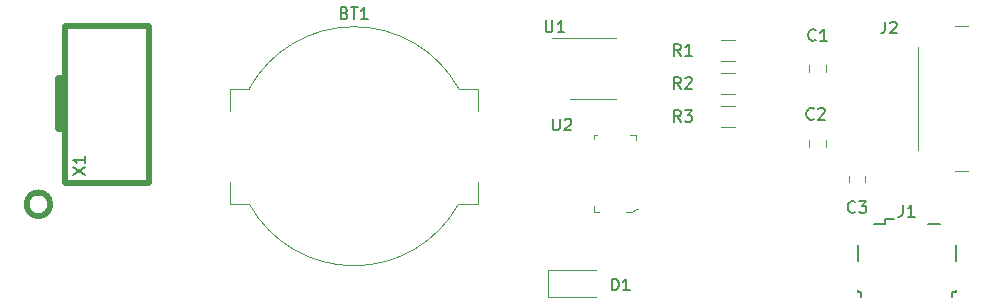
<source format=gbr>
G04 #@! TF.GenerationSoftware,KiCad,Pcbnew,(5.1.4)-1*
G04 #@! TF.CreationDate,2020-08-24T20:29:47-05:00*
G04 #@! TF.ProjectId,NiteLite,4e697465-4c69-4746-952e-6b696361645f,rev?*
G04 #@! TF.SameCoordinates,Original*
G04 #@! TF.FileFunction,Legend,Top*
G04 #@! TF.FilePolarity,Positive*
%FSLAX46Y46*%
G04 Gerber Fmt 4.6, Leading zero omitted, Abs format (unit mm)*
G04 Created by KiCad (PCBNEW (5.1.4)-1) date 2020-08-24 20:29:47*
%MOMM*%
%LPD*%
G04 APERTURE LIST*
%ADD10C,0.500000*%
%ADD11C,0.120000*%
%ADD12C,0.100000*%
%ADD13C,0.150000*%
G04 APERTURE END LIST*
D10*
X84885000Y-120709000D02*
G75*
G03X84885000Y-120709000I-1000000J0D01*
G01*
X86044000Y-114359000D02*
X85536000Y-114359000D01*
X85917000Y-110041000D02*
X85917000Y-114359000D01*
X85536000Y-110041000D02*
X86044000Y-110041000D01*
X85536000Y-114359000D02*
X85536000Y-110041000D01*
X93283000Y-118931000D02*
X86171000Y-118931000D01*
X93283000Y-105596000D02*
X93283000Y-118931000D01*
X86171000Y-105596000D02*
X93283000Y-105596000D01*
X86171000Y-118804000D02*
X86171000Y-105596000D01*
D11*
X153910000Y-118836252D02*
X153910000Y-118313748D01*
X152490000Y-118836252D02*
X152490000Y-118313748D01*
D12*
X130915000Y-114835000D02*
X131215000Y-114835000D01*
X130915000Y-115210000D02*
X130915000Y-114835000D01*
X130915000Y-121385000D02*
X131315000Y-121385000D01*
X130915000Y-120885000D02*
X130915000Y-121385000D01*
X134465000Y-114835000D02*
X134465000Y-115285000D01*
X133990000Y-114835000D02*
X134465000Y-114835000D01*
X134465000Y-121085000D02*
X134660000Y-121085000D01*
X134140000Y-121385000D02*
X134465000Y-121085000D01*
X133665000Y-121385000D02*
X134140000Y-121385000D01*
D11*
X161520000Y-117905000D02*
X162570000Y-117905000D01*
X161520000Y-105615000D02*
X162570000Y-105615000D01*
X158350000Y-107360000D02*
X158350000Y-116160000D01*
X150570000Y-115831252D02*
X150570000Y-115308748D01*
X149150000Y-115831252D02*
X149150000Y-115308748D01*
X130810000Y-106660000D02*
X127360000Y-106660000D01*
X130810000Y-106660000D02*
X132760000Y-106660000D01*
X130810000Y-111780000D02*
X128860000Y-111780000D01*
X130810000Y-111780000D02*
X132760000Y-111780000D01*
X141637936Y-114210000D02*
X142842064Y-114210000D01*
X141637936Y-112390000D02*
X142842064Y-112390000D01*
X141637936Y-111400000D02*
X142842064Y-111400000D01*
X141637936Y-109580000D02*
X142842064Y-109580000D01*
X141637936Y-108610000D02*
X142842064Y-108610000D01*
X141637936Y-106790000D02*
X142842064Y-106790000D01*
X127052500Y-128535000D02*
X131112500Y-128535000D01*
X127052500Y-126265000D02*
X127052500Y-128535000D01*
X131112500Y-126265000D02*
X127052500Y-126265000D01*
X150570000Y-109481252D02*
X150570000Y-108958748D01*
X149150000Y-109481252D02*
X149150000Y-108958748D01*
D13*
X153250000Y-124150000D02*
X153250000Y-125550000D01*
X153250000Y-127950000D02*
X153250000Y-128100000D01*
X153250000Y-128100000D02*
X153550000Y-128100000D01*
X153550000Y-128100000D02*
X153550000Y-128550000D01*
X161250000Y-128550000D02*
X161250000Y-128100000D01*
X161250000Y-128100000D02*
X161550000Y-128100000D01*
X161550000Y-128100000D02*
X161550000Y-127950000D01*
X161550000Y-125550000D02*
X161550000Y-124150000D01*
X156325000Y-121975000D02*
X155600000Y-121975000D01*
X155600000Y-121975000D02*
X155600000Y-122400000D01*
X155600000Y-122400000D02*
X154600000Y-122400000D01*
X159200000Y-122400000D02*
X160200000Y-122400000D01*
D11*
X100130000Y-110915000D02*
X101737090Y-110915000D01*
X100130000Y-112800000D02*
X100130000Y-110915000D01*
X121070000Y-112800000D02*
X121070000Y-110915000D01*
X100130000Y-118800000D02*
X100130000Y-120685000D01*
X121070000Y-118800000D02*
X121070000Y-120685000D01*
X121070000Y-110915000D02*
X119462910Y-110915000D01*
X100130000Y-120685000D02*
X101737090Y-120685000D01*
X121070000Y-120685000D02*
X119462910Y-120685000D01*
X101737090Y-110915000D02*
G75*
G02X119462910Y-110915000I8862910J-4885000D01*
G01*
X119465021Y-120681168D02*
G75*
G02X101737090Y-120685000I-8865021J4881168D01*
G01*
D13*
X86852380Y-118209523D02*
X87852380Y-117542857D01*
X86852380Y-117542857D02*
X87852380Y-118209523D01*
X87852380Y-116638095D02*
X87852380Y-117209523D01*
X87852380Y-116923809D02*
X86852380Y-116923809D01*
X86995238Y-117019047D01*
X87090476Y-117114285D01*
X87138095Y-117209523D01*
X153033333Y-121357142D02*
X152985714Y-121404761D01*
X152842857Y-121452380D01*
X152747619Y-121452380D01*
X152604761Y-121404761D01*
X152509523Y-121309523D01*
X152461904Y-121214285D01*
X152414285Y-121023809D01*
X152414285Y-120880952D01*
X152461904Y-120690476D01*
X152509523Y-120595238D01*
X152604761Y-120500000D01*
X152747619Y-120452380D01*
X152842857Y-120452380D01*
X152985714Y-120500000D01*
X153033333Y-120547619D01*
X153366666Y-120452380D02*
X153985714Y-120452380D01*
X153652380Y-120833333D01*
X153795238Y-120833333D01*
X153890476Y-120880952D01*
X153938095Y-120928571D01*
X153985714Y-121023809D01*
X153985714Y-121261904D01*
X153938095Y-121357142D01*
X153890476Y-121404761D01*
X153795238Y-121452380D01*
X153509523Y-121452380D01*
X153414285Y-121404761D01*
X153366666Y-121357142D01*
X127438095Y-113452380D02*
X127438095Y-114261904D01*
X127485714Y-114357142D01*
X127533333Y-114404761D01*
X127628571Y-114452380D01*
X127819047Y-114452380D01*
X127914285Y-114404761D01*
X127961904Y-114357142D01*
X128009523Y-114261904D01*
X128009523Y-113452380D01*
X128438095Y-113547619D02*
X128485714Y-113500000D01*
X128580952Y-113452380D01*
X128819047Y-113452380D01*
X128914285Y-113500000D01*
X128961904Y-113547619D01*
X129009523Y-113642857D01*
X129009523Y-113738095D01*
X128961904Y-113880952D01*
X128390476Y-114452380D01*
X129009523Y-114452380D01*
X155566666Y-105252380D02*
X155566666Y-105966666D01*
X155519047Y-106109523D01*
X155423809Y-106204761D01*
X155280952Y-106252380D01*
X155185714Y-106252380D01*
X155995238Y-105347619D02*
X156042857Y-105300000D01*
X156138095Y-105252380D01*
X156376190Y-105252380D01*
X156471428Y-105300000D01*
X156519047Y-105347619D01*
X156566666Y-105442857D01*
X156566666Y-105538095D01*
X156519047Y-105680952D01*
X155947619Y-106252380D01*
X156566666Y-106252380D01*
X149533333Y-113457142D02*
X149485714Y-113504761D01*
X149342857Y-113552380D01*
X149247619Y-113552380D01*
X149104761Y-113504761D01*
X149009523Y-113409523D01*
X148961904Y-113314285D01*
X148914285Y-113123809D01*
X148914285Y-112980952D01*
X148961904Y-112790476D01*
X149009523Y-112695238D01*
X149104761Y-112600000D01*
X149247619Y-112552380D01*
X149342857Y-112552380D01*
X149485714Y-112600000D01*
X149533333Y-112647619D01*
X149914285Y-112647619D02*
X149961904Y-112600000D01*
X150057142Y-112552380D01*
X150295238Y-112552380D01*
X150390476Y-112600000D01*
X150438095Y-112647619D01*
X150485714Y-112742857D01*
X150485714Y-112838095D01*
X150438095Y-112980952D01*
X149866666Y-113552380D01*
X150485714Y-113552380D01*
X126838095Y-105152380D02*
X126838095Y-105961904D01*
X126885714Y-106057142D01*
X126933333Y-106104761D01*
X127028571Y-106152380D01*
X127219047Y-106152380D01*
X127314285Y-106104761D01*
X127361904Y-106057142D01*
X127409523Y-105961904D01*
X127409523Y-105152380D01*
X128409523Y-106152380D02*
X127838095Y-106152380D01*
X128123809Y-106152380D02*
X128123809Y-105152380D01*
X128028571Y-105295238D01*
X127933333Y-105390476D01*
X127838095Y-105438095D01*
X138263333Y-113752380D02*
X137930000Y-113276190D01*
X137691904Y-113752380D02*
X137691904Y-112752380D01*
X138072857Y-112752380D01*
X138168095Y-112800000D01*
X138215714Y-112847619D01*
X138263333Y-112942857D01*
X138263333Y-113085714D01*
X138215714Y-113180952D01*
X138168095Y-113228571D01*
X138072857Y-113276190D01*
X137691904Y-113276190D01*
X138596666Y-112752380D02*
X139215714Y-112752380D01*
X138882380Y-113133333D01*
X139025238Y-113133333D01*
X139120476Y-113180952D01*
X139168095Y-113228571D01*
X139215714Y-113323809D01*
X139215714Y-113561904D01*
X139168095Y-113657142D01*
X139120476Y-113704761D01*
X139025238Y-113752380D01*
X138739523Y-113752380D01*
X138644285Y-113704761D01*
X138596666Y-113657142D01*
X138263333Y-110942380D02*
X137930000Y-110466190D01*
X137691904Y-110942380D02*
X137691904Y-109942380D01*
X138072857Y-109942380D01*
X138168095Y-109990000D01*
X138215714Y-110037619D01*
X138263333Y-110132857D01*
X138263333Y-110275714D01*
X138215714Y-110370952D01*
X138168095Y-110418571D01*
X138072857Y-110466190D01*
X137691904Y-110466190D01*
X138644285Y-110037619D02*
X138691904Y-109990000D01*
X138787142Y-109942380D01*
X139025238Y-109942380D01*
X139120476Y-109990000D01*
X139168095Y-110037619D01*
X139215714Y-110132857D01*
X139215714Y-110228095D01*
X139168095Y-110370952D01*
X138596666Y-110942380D01*
X139215714Y-110942380D01*
X138263333Y-108152380D02*
X137930000Y-107676190D01*
X137691904Y-108152380D02*
X137691904Y-107152380D01*
X138072857Y-107152380D01*
X138168095Y-107200000D01*
X138215714Y-107247619D01*
X138263333Y-107342857D01*
X138263333Y-107485714D01*
X138215714Y-107580952D01*
X138168095Y-107628571D01*
X138072857Y-107676190D01*
X137691904Y-107676190D01*
X139215714Y-108152380D02*
X138644285Y-108152380D01*
X138930000Y-108152380D02*
X138930000Y-107152380D01*
X138834761Y-107295238D01*
X138739523Y-107390476D01*
X138644285Y-107438095D01*
X132434404Y-128012380D02*
X132434404Y-127012380D01*
X132672500Y-127012380D01*
X132815357Y-127060000D01*
X132910595Y-127155238D01*
X132958214Y-127250476D01*
X133005833Y-127440952D01*
X133005833Y-127583809D01*
X132958214Y-127774285D01*
X132910595Y-127869523D01*
X132815357Y-127964761D01*
X132672500Y-128012380D01*
X132434404Y-128012380D01*
X133958214Y-128012380D02*
X133386785Y-128012380D01*
X133672500Y-128012380D02*
X133672500Y-127012380D01*
X133577261Y-127155238D01*
X133482023Y-127250476D01*
X133386785Y-127298095D01*
X149693333Y-106792142D02*
X149645714Y-106839761D01*
X149502857Y-106887380D01*
X149407619Y-106887380D01*
X149264761Y-106839761D01*
X149169523Y-106744523D01*
X149121904Y-106649285D01*
X149074285Y-106458809D01*
X149074285Y-106315952D01*
X149121904Y-106125476D01*
X149169523Y-106030238D01*
X149264761Y-105935000D01*
X149407619Y-105887380D01*
X149502857Y-105887380D01*
X149645714Y-105935000D01*
X149693333Y-105982619D01*
X150645714Y-106887380D02*
X150074285Y-106887380D01*
X150360000Y-106887380D02*
X150360000Y-105887380D01*
X150264761Y-106030238D01*
X150169523Y-106125476D01*
X150074285Y-106173095D01*
X157066666Y-120752380D02*
X157066666Y-121466666D01*
X157019047Y-121609523D01*
X156923809Y-121704761D01*
X156780952Y-121752380D01*
X156685714Y-121752380D01*
X158066666Y-121752380D02*
X157495238Y-121752380D01*
X157780952Y-121752380D02*
X157780952Y-120752380D01*
X157685714Y-120895238D01*
X157590476Y-120990476D01*
X157495238Y-121038095D01*
X109814285Y-104528571D02*
X109957142Y-104576190D01*
X110004761Y-104623809D01*
X110052380Y-104719047D01*
X110052380Y-104861904D01*
X110004761Y-104957142D01*
X109957142Y-105004761D01*
X109861904Y-105052380D01*
X109480952Y-105052380D01*
X109480952Y-104052380D01*
X109814285Y-104052380D01*
X109909523Y-104100000D01*
X109957142Y-104147619D01*
X110004761Y-104242857D01*
X110004761Y-104338095D01*
X109957142Y-104433333D01*
X109909523Y-104480952D01*
X109814285Y-104528571D01*
X109480952Y-104528571D01*
X110338095Y-104052380D02*
X110909523Y-104052380D01*
X110623809Y-105052380D02*
X110623809Y-104052380D01*
X111766666Y-105052380D02*
X111195238Y-105052380D01*
X111480952Y-105052380D02*
X111480952Y-104052380D01*
X111385714Y-104195238D01*
X111290476Y-104290476D01*
X111195238Y-104338095D01*
M02*

</source>
